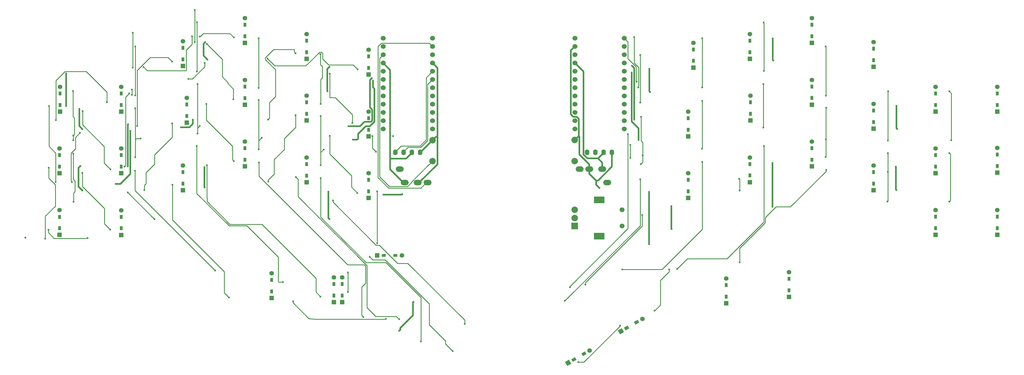
<source format=gtl>
G04 #@! TF.GenerationSoftware,KiCad,Pcbnew,(5.1.4-0-10_14)*
G04 #@! TF.CreationDate,2021-06-12T19:28:26+03:00*
G04 #@! TF.ProjectId,corne-cherry,636f726e-652d-4636-9865-7272792e6b69,3.0.1*
G04 #@! TF.SameCoordinates,Original*
G04 #@! TF.FileFunction,Copper,L1,Top*
G04 #@! TF.FilePolarity,Positive*
%FSLAX46Y46*%
G04 Gerber Fmt 4.6, Leading zero omitted, Abs format (unit mm)*
G04 Created by KiCad (PCBNEW (5.1.4-0-10_14)) date 2021-06-12 19:28:26*
%MOMM*%
%LPD*%
G04 APERTURE LIST*
%ADD10C,1.397000*%
%ADD11R,1.397000X1.397000*%
%ADD12R,0.950000X1.300000*%
%ADD13C,0.100000*%
%ADD14C,0.950000*%
%ADD15R,1.300000X0.950000*%
%ADD16C,1.524000*%
%ADD17R,2.000000X2.000000*%
%ADD18C,2.000000*%
%ADD19R,3.200000X2.000000*%
%ADD20C,1.500000*%
%ADD21O,1.397000X1.778000*%
%ADD22O,2.500000X1.700000*%
%ADD23C,0.600000*%
%ADD24C,0.250000*%
%ADD25C,0.508000*%
%ADD26C,0.500000*%
%ADD27C,0.254000*%
G04 APERTURE END LIST*
D10*
X46734500Y-33870000D03*
D11*
X46734500Y-41490000D03*
D12*
X46734500Y-39455000D03*
X46734500Y-35905000D03*
D10*
X251907500Y-90970000D03*
D11*
X251907500Y-98590000D03*
D12*
X251907500Y-96555000D03*
X251907500Y-93005000D03*
D10*
X92907500Y-91270000D03*
D11*
X92907500Y-98890000D03*
D12*
X92907500Y-96855000D03*
X92907500Y-93305000D03*
D10*
X190669862Y-115062500D03*
X184070748Y-118872500D03*
D13*
G36*
X183815079Y-119826669D02*
G01*
X183116579Y-118616831D01*
X184326417Y-117918331D01*
X185024917Y-119128169D01*
X183815079Y-119826669D01*
X183815079Y-119826669D01*
G37*
D14*
X185833110Y-117855000D03*
D13*
G36*
X185507693Y-118591362D02*
G01*
X185032693Y-117768638D01*
X186158527Y-117118638D01*
X186633527Y-117941362D01*
X185507693Y-118591362D01*
X185507693Y-118591362D01*
G37*
D14*
X188907500Y-116080000D03*
D13*
G36*
X188582083Y-116816362D02*
G01*
X188107083Y-115993638D01*
X189232917Y-115343638D01*
X189707917Y-116166362D01*
X188582083Y-116816362D01*
X188582083Y-116816362D01*
G37*
D10*
X206869862Y-105362500D03*
X200270748Y-109172500D03*
D13*
G36*
X200015079Y-110126669D02*
G01*
X199316579Y-108916831D01*
X200526417Y-108218331D01*
X201224917Y-109428169D01*
X200015079Y-110126669D01*
X200015079Y-110126669D01*
G37*
D14*
X202033110Y-108155000D03*
D13*
G36*
X201707693Y-108891362D02*
G01*
X201232693Y-108068638D01*
X202358527Y-107418638D01*
X202833527Y-108241362D01*
X201707693Y-108891362D01*
X201707693Y-108891362D01*
G37*
D14*
X205107500Y-106380000D03*
D13*
G36*
X204782083Y-107116362D02*
G01*
X204307083Y-106293638D01*
X205432917Y-105643638D01*
X205907917Y-106466362D01*
X204782083Y-107116362D01*
X204782083Y-107116362D01*
G37*
D10*
X232607500Y-92870000D03*
D11*
X232607500Y-100490000D03*
D12*
X232607500Y-98455000D03*
X232607500Y-94905000D03*
D10*
X220957500Y-60495000D03*
D11*
X220957500Y-68115000D03*
D12*
X220957500Y-66080000D03*
X220957500Y-62530000D03*
D10*
X239964500Y-55615000D03*
D11*
X239964500Y-63235000D03*
D12*
X239964500Y-61200000D03*
X239964500Y-57650000D03*
D10*
X258964500Y-50740000D03*
D11*
X258964500Y-58360000D03*
D12*
X258964500Y-56325000D03*
X258964500Y-52775000D03*
D10*
X277964500Y-58115000D03*
D11*
X277964500Y-65735000D03*
D12*
X277964500Y-63700000D03*
X277964500Y-60150000D03*
D10*
X296964500Y-71865000D03*
D11*
X296964500Y-79485000D03*
D12*
X296964500Y-77450000D03*
X296964500Y-73900000D03*
D10*
X315964500Y-71865000D03*
D11*
X315964500Y-79485000D03*
D12*
X315964500Y-77450000D03*
X315964500Y-73900000D03*
D10*
X220957500Y-41495000D03*
D11*
X220957500Y-49115000D03*
D12*
X220957500Y-47080000D03*
X220957500Y-43530000D03*
D10*
X240107500Y-36570000D03*
D11*
X240107500Y-44190000D03*
D12*
X240107500Y-42155000D03*
X240107500Y-38605000D03*
D10*
X258964500Y-31740000D03*
D11*
X258964500Y-39360000D03*
D12*
X258964500Y-37325000D03*
X258964500Y-33775000D03*
D10*
X277964500Y-39115000D03*
D11*
X277964500Y-46735000D03*
D12*
X277964500Y-44700000D03*
X277964500Y-41150000D03*
D10*
X296964500Y-52865000D03*
D11*
X296964500Y-60485000D03*
D12*
X296964500Y-58450000D03*
X296964500Y-54900000D03*
D10*
X315964500Y-52715000D03*
D11*
X315964500Y-60335000D03*
D12*
X315964500Y-58300000D03*
X315964500Y-54750000D03*
D10*
X222557500Y-20310000D03*
D11*
X222557500Y-27930000D03*
D12*
X222557500Y-25895000D03*
X222557500Y-22345000D03*
D10*
X239964500Y-17615000D03*
D11*
X239964500Y-25235000D03*
D12*
X239964500Y-23200000D03*
X239964500Y-19650000D03*
D10*
X258964500Y-12740000D03*
D11*
X258964500Y-20360000D03*
D12*
X258964500Y-18325000D03*
X258964500Y-14775000D03*
D10*
X277964500Y-20115000D03*
D11*
X277964500Y-27735000D03*
D12*
X277964500Y-25700000D03*
X277964500Y-22150000D03*
D10*
X296964500Y-33865000D03*
D11*
X296964500Y-41485000D03*
D12*
X296964500Y-39450000D03*
X296964500Y-35900000D03*
D10*
X315964500Y-33865000D03*
D11*
X315964500Y-41485000D03*
D12*
X315964500Y-39450000D03*
X315964500Y-35900000D03*
D10*
X132992500Y-85780000D03*
D11*
X125372500Y-85780000D03*
D15*
X127407500Y-85780000D03*
X130957500Y-85780000D03*
D10*
X114607500Y-92570000D03*
D11*
X114607500Y-100190000D03*
D12*
X114607500Y-98155000D03*
X114607500Y-94605000D03*
D10*
X112107500Y-92570000D03*
D11*
X112107500Y-100190000D03*
D12*
X112107500Y-98155000D03*
X112107500Y-94605000D03*
D10*
X122707500Y-60495000D03*
D11*
X122707500Y-68115000D03*
D12*
X122707500Y-66080000D03*
X122707500Y-62530000D03*
D10*
X103707500Y-55620000D03*
D11*
X103707500Y-63240000D03*
D12*
X103707500Y-61205000D03*
X103707500Y-57655000D03*
D10*
X84707500Y-50745000D03*
D11*
X84707500Y-58365000D03*
D12*
X84707500Y-56330000D03*
X84707500Y-52780000D03*
D10*
X65707500Y-58120000D03*
D11*
X65707500Y-65740000D03*
D12*
X65707500Y-63705000D03*
X65707500Y-60155000D03*
D10*
X46734500Y-71870000D03*
D11*
X46734500Y-79490000D03*
D12*
X46734500Y-77455000D03*
X46734500Y-73905000D03*
D10*
X27734500Y-71866875D03*
D11*
X27734500Y-79486875D03*
D12*
X27734500Y-77451875D03*
X27734500Y-73901875D03*
D10*
X122707500Y-41495000D03*
D11*
X122707500Y-49115000D03*
D12*
X122707500Y-47080000D03*
X122707500Y-43530000D03*
D10*
X103707500Y-36620000D03*
D11*
X103707500Y-44240000D03*
D12*
X103707500Y-42205000D03*
X103707500Y-38655000D03*
D10*
X84707500Y-31745000D03*
D11*
X84707500Y-39365000D03*
D12*
X84707500Y-37330000D03*
X84707500Y-33780000D03*
D10*
X66857500Y-37320000D03*
D11*
X66857500Y-44940000D03*
D12*
X66857500Y-42905000D03*
X66857500Y-39355000D03*
D10*
X46734500Y-52870000D03*
D11*
X46734500Y-60490000D03*
D12*
X46734500Y-58455000D03*
X46734500Y-54905000D03*
D10*
X27734500Y-52866875D03*
D11*
X27734500Y-60486875D03*
D12*
X27734500Y-58451875D03*
X27734500Y-54901875D03*
D10*
X122707500Y-22495000D03*
D11*
X122707500Y-30115000D03*
D12*
X122707500Y-28080000D03*
X122707500Y-24530000D03*
D10*
X103707500Y-17620000D03*
D11*
X103707500Y-25240000D03*
D12*
X103707500Y-23205000D03*
X103707500Y-19655000D03*
D10*
X84707500Y-12745000D03*
D11*
X84707500Y-20365000D03*
D12*
X84707500Y-18330000D03*
X84707500Y-14780000D03*
D10*
X65707500Y-19870000D03*
D11*
X65707500Y-27490000D03*
D12*
X65707500Y-25455000D03*
X65707500Y-21905000D03*
D10*
X27907500Y-33860000D03*
D11*
X27907500Y-41480000D03*
D12*
X27907500Y-39445000D03*
X27907500Y-35895000D03*
D16*
X127203900Y-18942000D03*
X127203900Y-21482000D03*
X127203900Y-24022000D03*
X127203900Y-26562000D03*
X127203900Y-29102000D03*
X127203900Y-31642000D03*
X127203900Y-34182000D03*
X127203900Y-36722000D03*
X127203900Y-39262000D03*
X127203900Y-41802000D03*
X127203900Y-44342000D03*
X127203900Y-46882000D03*
X142423900Y-46882000D03*
X142423900Y-44342000D03*
X142423900Y-41802000D03*
X142423900Y-39262000D03*
X142423900Y-36722000D03*
X142423900Y-34182000D03*
X142423900Y-31642000D03*
X142423900Y-29102000D03*
X142423900Y-26562000D03*
X142423900Y-24022000D03*
X142423900Y-21482000D03*
X142423900Y-18942000D03*
D17*
X186107500Y-76780000D03*
D18*
X186107500Y-74280000D03*
X186107500Y-71780000D03*
D19*
X193607500Y-79880000D03*
X193607500Y-68680000D03*
D20*
X200607500Y-76780000D03*
X200607500Y-71780000D03*
D16*
X186128900Y-18912000D03*
X186128900Y-21452000D03*
X186128900Y-23992000D03*
X186128900Y-26532000D03*
X186128900Y-29072000D03*
X186128900Y-31612000D03*
X186128900Y-34152000D03*
X186128900Y-36692000D03*
X186128900Y-39232000D03*
X186128900Y-41772000D03*
X186128900Y-44312000D03*
X186128900Y-46852000D03*
X201348900Y-46852000D03*
X201348900Y-44312000D03*
X201348900Y-41772000D03*
X201348900Y-39232000D03*
X201348900Y-36692000D03*
X201348900Y-34152000D03*
X201348900Y-31612000D03*
X201348900Y-29072000D03*
X201348900Y-26532000D03*
X201348900Y-23992000D03*
X201348900Y-21452000D03*
X201348900Y-18912000D03*
D18*
X186054500Y-50272000D03*
X186054500Y-56772000D03*
X142424500Y-50281000D03*
X142424500Y-56781000D03*
D21*
X197547500Y-54020000D03*
X195007500Y-54020000D03*
X192467500Y-54020000D03*
X189927500Y-54020000D03*
X138568500Y-54028000D03*
X136028500Y-54028000D03*
X133488500Y-54028000D03*
X130948500Y-54028000D03*
D22*
X196087500Y-63370000D03*
X194587500Y-59170000D03*
X190587500Y-59170000D03*
X187587500Y-59170000D03*
X132334500Y-59192000D03*
X133834500Y-63392000D03*
X137834500Y-63392000D03*
X140834500Y-63392000D03*
D23*
X69307500Y-10180000D03*
X69307500Y-20080000D03*
X50307500Y-17180000D03*
X50307500Y-27980000D03*
X123907500Y-49080000D03*
X49207500Y-35930000D03*
X47707500Y-58480000D03*
X130295697Y-49065082D03*
X125041889Y-53880000D03*
X116407500Y-91080000D03*
X116407500Y-97080000D03*
X125407500Y-66030000D03*
X125372500Y-82051410D03*
X29757500Y-29780000D03*
X29807500Y-39830000D03*
X34807500Y-46930000D03*
X72557500Y-20080000D03*
X73207500Y-25480000D03*
X110757500Y-27730000D03*
X116557670Y-46045000D03*
X68744162Y-43966662D03*
X65107500Y-46330000D03*
X48775856Y-58380000D03*
X48807500Y-45380000D03*
X34157500Y-58280000D03*
X34807500Y-65830000D03*
X72307500Y-58580000D03*
X72407500Y-64880000D03*
X110407500Y-66130000D03*
X110757500Y-74580000D03*
X127346669Y-67069169D03*
X133084500Y-66957000D03*
X123752407Y-31219254D03*
X33807500Y-40680000D03*
X110157500Y-35280000D03*
X117907500Y-50180000D03*
X49525856Y-47411644D03*
X45007500Y-63780000D03*
X132187202Y-109000298D03*
X136507500Y-100130000D03*
X124060812Y-31971510D03*
X32007500Y-48880000D03*
X32007500Y-54480000D03*
X32007500Y-50280000D03*
X32107500Y-69280000D03*
X31907500Y-35180000D03*
X52607500Y-49807000D03*
X51007500Y-55580000D03*
X51007500Y-40480000D03*
X51007500Y-36530000D03*
X51007500Y-21430000D03*
X50957500Y-59680000D03*
X75607500Y-90430000D03*
X70842922Y-45915422D03*
X70157500Y-48305000D03*
X70157500Y-33080000D03*
X70007500Y-29130000D03*
X70007500Y-14030000D03*
X69957500Y-52080000D03*
X96457500Y-94030000D03*
X89907500Y-49569030D03*
X89007500Y-53105000D03*
X89007500Y-37930000D03*
X89007500Y-34205000D03*
X89007500Y-18930000D03*
X121152364Y-104774864D03*
X89057500Y-57180000D03*
X108957500Y-53169028D03*
X108057500Y-58005000D03*
X108057500Y-42830000D03*
X108007500Y-39105000D03*
X107957500Y-23830000D03*
X108007500Y-62030000D03*
X138807500Y-112280000D03*
X205630500Y-34080000D03*
X204407500Y-18530000D03*
X203157500Y-51730000D03*
X203207500Y-55780000D03*
X202457500Y-48480000D03*
X184657500Y-95630000D03*
X187157500Y-118680000D03*
X200057500Y-107380000D03*
X215107500Y-90130000D03*
X210663584Y-102836084D03*
X205111500Y-32280000D03*
X301207500Y-35280000D03*
X301257500Y-54280000D03*
X301257500Y-69230000D03*
X301857500Y-50330000D03*
X282407500Y-35280000D03*
X282307500Y-54280000D03*
X282207500Y-69230000D03*
X282307500Y-50380000D03*
X282307500Y-60080000D03*
X263357500Y-40330000D03*
X263207500Y-55480000D03*
X263357500Y-59430000D03*
X236757500Y-87930000D03*
X263257500Y-36630000D03*
X263207500Y-21480000D03*
X263257500Y-50030000D03*
X244057500Y-33030000D03*
X244207500Y-52130000D03*
X217607500Y-89930000D03*
X244207500Y-28980000D03*
X244157500Y-14080000D03*
X244060841Y-46433341D03*
X225207500Y-52980000D03*
X225257500Y-38230000D03*
X225257500Y-34030000D03*
X225257500Y-18930000D03*
X225257500Y-56980000D03*
X200707500Y-90080000D03*
X206457500Y-43130000D03*
X206257500Y-38730000D03*
X206257500Y-24080000D03*
X206357500Y-57680000D03*
X206207500Y-62330000D03*
X183057500Y-99780000D03*
X206957500Y-54980000D03*
X203603500Y-29480000D03*
X215807500Y-70668002D03*
X215857500Y-77630000D03*
X205718246Y-50215010D03*
X209057500Y-28330000D03*
X209307500Y-35480000D03*
X246957500Y-18980000D03*
X247107500Y-25730000D03*
X285007500Y-39730000D03*
X285257500Y-46830000D03*
X203707500Y-27380000D03*
X204357500Y-43930000D03*
X284807500Y-58430000D03*
X284957500Y-65680000D03*
X246907500Y-57330000D03*
X246907500Y-70830000D03*
X208907500Y-66230000D03*
X208907500Y-82330000D03*
X193707500Y-65080000D03*
X31598148Y-63180000D03*
X34057500Y-48030000D03*
X50007500Y-36330000D03*
X50007500Y-34730000D03*
X67357500Y-31480000D03*
X72357500Y-26530000D03*
X81307500Y-18680000D03*
X70807500Y-18430000D03*
X68507500Y-18280000D03*
X53607500Y-27780000D03*
X119357500Y-28480000D03*
X91657500Y-25180000D03*
X24507500Y-39830000D03*
X26557500Y-63180000D03*
X43407942Y-59279558D03*
X34857500Y-41330000D03*
X62407500Y-26130000D03*
X51657500Y-45880000D03*
X73057500Y-20715010D03*
X81182500Y-37705000D03*
X91857500Y-43980000D03*
X100307500Y-23530000D03*
X117757500Y-44980000D03*
X110807500Y-29830000D03*
X24457500Y-58830000D03*
X17257500Y-80330000D03*
X23357500Y-80630000D03*
X43307500Y-77830000D03*
X34807500Y-60380000D03*
X72857500Y-39130000D03*
X81307500Y-56730000D03*
X91907500Y-62980000D03*
X100307500Y-42580000D03*
X119307500Y-66580000D03*
X110807500Y-48980000D03*
X73078125Y-58042694D03*
X107957500Y-98480000D03*
X152257500Y-106880000D03*
X111807500Y-68830000D03*
X99507500Y-99930000D03*
X128107500Y-105341373D03*
X123057500Y-86180000D03*
X148557500Y-115230000D03*
X48707500Y-66380000D03*
X56957500Y-74580000D03*
X42307500Y-38630000D03*
X26657500Y-44180000D03*
X62357500Y-45180000D03*
X53861659Y-65634159D03*
X132107500Y-105430000D03*
X100357500Y-61680000D03*
X189407500Y-94780000D03*
X206834500Y-73380000D03*
X236757500Y-65841510D03*
X236657500Y-62180000D03*
X24357500Y-77930000D03*
X36357500Y-80430000D03*
X62457500Y-64080000D03*
X79807500Y-98730000D03*
D24*
X69307500Y-10180000D02*
X69307500Y-20080000D01*
X50307500Y-17180000D02*
X50307500Y-27980000D01*
X48107500Y-58080000D02*
X48107500Y-37030000D01*
X48107500Y-37030000D02*
X49207500Y-35930000D01*
X47707500Y-58480000D02*
X48107500Y-58080000D01*
X123922418Y-49065082D02*
X123907500Y-49080000D01*
X123907500Y-52745611D02*
X125041889Y-53880000D01*
X123907500Y-49080000D02*
X123907500Y-52745611D01*
X116407500Y-91080000D02*
X116407500Y-97080000D01*
X125407500Y-82016410D02*
X125372500Y-82051410D01*
X125407500Y-66030000D02*
X125407500Y-82016410D01*
D25*
X29757500Y-39780000D02*
X29807500Y-39830000D01*
X29757500Y-29780000D02*
X29757500Y-39780000D01*
X72557500Y-20080000D02*
X72007500Y-20630000D01*
X72007500Y-24280000D02*
X73207500Y-25480000D01*
X72007500Y-20630000D02*
X72007500Y-24280000D01*
X123860001Y-44319701D02*
X123545701Y-44634001D01*
X123860001Y-40941799D02*
X123860001Y-44319701D01*
X123153499Y-31958265D02*
X123153499Y-40235297D01*
X123545701Y-44634001D02*
X121511501Y-44634001D01*
X123153499Y-40235297D02*
X123860001Y-40941799D01*
X123157500Y-31954264D02*
X123153499Y-31958265D01*
X120100502Y-46045000D02*
X116557670Y-46045000D01*
X121511501Y-44634001D02*
X120100502Y-46045000D01*
X67681702Y-46330000D02*
X65107500Y-46330000D01*
X68744162Y-45267540D02*
X67681702Y-46330000D01*
X68744162Y-43966662D02*
X68744162Y-45267540D01*
X48771855Y-45415645D02*
X48807500Y-45380000D01*
X48771855Y-57951735D02*
X48771855Y-45415645D01*
X48775856Y-57955736D02*
X48771855Y-57951735D01*
X48775856Y-58380000D02*
X48775856Y-57955736D01*
X138234500Y-63392000D02*
X137834500Y-63392000D01*
X143878501Y-57747999D02*
X138234500Y-63392000D01*
X142423900Y-26562000D02*
X143878501Y-28016601D01*
X143858501Y-49281001D02*
X143878501Y-49301001D01*
X143424499Y-49281001D02*
X143858501Y-49281001D01*
X143878501Y-49301001D02*
X143878501Y-57747999D01*
X142424500Y-50281000D02*
X143424499Y-49281001D01*
X143878501Y-28016601D02*
X143878501Y-49301001D01*
X138677500Y-54028000D02*
X138568500Y-54028000D01*
X142424500Y-50281000D02*
X138677500Y-54028000D01*
D26*
X72307500Y-64780000D02*
X72407500Y-64880000D01*
X72307500Y-58580000D02*
X72307500Y-64780000D01*
X110407500Y-66130000D02*
X110407500Y-74280000D01*
X110707500Y-74580000D02*
X110757500Y-74580000D01*
X110407500Y-74280000D02*
X110707500Y-74580000D01*
D25*
X132972331Y-67069169D02*
X133084500Y-66957000D01*
X127346669Y-67069169D02*
X132972331Y-67069169D01*
D26*
X123157500Y-31814161D02*
X123752407Y-31219254D01*
X123157500Y-31954264D02*
X123157500Y-31814161D01*
D25*
X33607500Y-64630000D02*
X34507501Y-65530001D01*
X34507501Y-65530001D02*
X34807500Y-65830000D01*
X33607500Y-58830000D02*
X33607500Y-64630000D01*
X34157500Y-58280000D02*
X33607500Y-58830000D01*
X33807500Y-45930000D02*
X33807500Y-40680000D01*
X34807500Y-46930000D02*
X33807500Y-45930000D01*
X110053499Y-35175999D02*
X110157500Y-35280000D01*
X110053499Y-28434001D02*
X110053499Y-35175999D01*
X110757500Y-27730000D02*
X110053499Y-28434001D01*
D26*
X119507500Y-48344998D02*
X119507500Y-49880000D01*
X119207500Y-50180000D02*
X117907500Y-50180000D01*
X119507500Y-49880000D02*
X119207500Y-50180000D01*
X49525856Y-47411644D02*
X49525856Y-59905646D01*
X136028500Y-53837500D02*
X136028500Y-54028000D01*
X133434500Y-63392000D02*
X133834500Y-63392000D01*
D25*
X121876499Y-45975999D02*
X119507500Y-48344998D01*
X123204980Y-45975999D02*
X121876499Y-45975999D01*
X124568011Y-44612968D02*
X123204980Y-45975999D01*
X124568011Y-34514775D02*
X124568011Y-44612968D01*
D26*
X49525856Y-60711644D02*
X49525856Y-59905646D01*
X46457500Y-63780000D02*
X49525856Y-60711644D01*
X45007500Y-63780000D02*
X46457500Y-63780000D01*
X132487201Y-108700299D02*
X132487201Y-108150299D01*
X132187202Y-109000298D02*
X132487201Y-108700299D01*
X136397146Y-100240354D02*
X136507500Y-100130000D01*
X136397146Y-104240354D02*
X136397146Y-100240354D01*
X132487201Y-108150299D02*
X136397146Y-104240354D01*
X134267000Y-55980000D02*
X136028500Y-54218500D01*
X136028500Y-54218500D02*
X136028500Y-54028000D01*
X129357500Y-55980000D02*
X134267000Y-55980000D01*
X129357500Y-28715600D02*
X129357500Y-55980000D01*
X127203900Y-26562000D02*
X129357500Y-28715600D01*
X129357500Y-55980000D02*
X129357500Y-59280000D01*
X129340000Y-59297500D02*
X133434500Y-63392000D01*
X124060812Y-34007576D02*
X124568011Y-34514775D01*
X124060812Y-31971510D02*
X124060812Y-34007576D01*
D27*
X32007500Y-48880000D02*
X32007500Y-50280000D01*
X32007500Y-54480000D02*
X32007500Y-62380000D01*
X32507500Y-62880000D02*
X32507500Y-66180000D01*
X32007500Y-62380000D02*
X32507500Y-62880000D01*
X32107500Y-66580000D02*
X32107500Y-68080000D01*
X32507500Y-66180000D02*
X32107500Y-66580000D01*
X32107500Y-68080000D02*
X32107500Y-69280000D01*
X32307499Y-48580001D02*
X32307499Y-43479999D01*
X32007500Y-48880000D02*
X32307499Y-48580001D01*
X31907500Y-43080000D02*
X31907500Y-35180000D01*
X32307499Y-43479999D02*
X31907500Y-43080000D01*
X51007500Y-50180000D02*
X51007500Y-55580000D01*
X51380500Y-49807000D02*
X51007500Y-50180000D01*
X52607500Y-49807000D02*
X51380500Y-49807000D01*
X51007500Y-50180000D02*
X51007500Y-40480000D01*
X51007500Y-36530000D02*
X51007500Y-21430000D01*
X51750499Y-66572999D02*
X75607500Y-90430000D01*
X50957500Y-65780000D02*
X51750499Y-66572999D01*
X50957500Y-59680000D02*
X50957500Y-65780000D01*
X70157500Y-46600844D02*
X70157500Y-48305000D01*
X70842922Y-45915422D02*
X70157500Y-46600844D01*
X70157500Y-46600844D02*
X70157500Y-33080000D01*
X70007500Y-29130000D02*
X70007500Y-14030000D01*
X69957500Y-66730000D02*
X79907500Y-76680000D01*
X69957500Y-52080000D02*
X69957500Y-66730000D01*
X79907500Y-76680000D02*
X85357500Y-76680000D01*
X85357500Y-76680000D02*
X94957500Y-86280000D01*
X94957500Y-86280000D02*
X94957500Y-93880000D01*
X95107500Y-94030000D02*
X96457500Y-94030000D01*
X94957500Y-93880000D02*
X95107500Y-94030000D01*
X89007500Y-50469030D02*
X89007500Y-53105000D01*
D24*
X89907500Y-49569030D02*
X89007500Y-50469030D01*
D27*
X89007500Y-50469030D02*
X89007500Y-37930000D01*
X89007500Y-34205000D02*
X89007500Y-18930000D01*
X89057500Y-59127314D02*
X89057500Y-57180000D01*
X121351492Y-88655296D02*
X121351492Y-88652468D01*
X120607500Y-95523962D02*
X121807501Y-94323961D01*
X121351492Y-88652468D02*
X116279968Y-88652468D01*
X121807501Y-89111305D02*
X121351492Y-88655296D01*
X120607500Y-104230000D02*
X120607500Y-95523962D01*
X89057500Y-61430000D02*
X89057500Y-59127314D01*
X116279968Y-88652468D02*
X89057500Y-61430000D01*
X121807501Y-94323961D02*
X121807501Y-89111305D01*
X121152364Y-104774864D02*
X120607500Y-104230000D01*
D24*
X108057500Y-54069028D02*
X108057500Y-58005000D01*
X108957500Y-53169028D02*
X108057500Y-54069028D01*
X108057500Y-54069028D02*
X108057500Y-42830000D01*
X108007500Y-39105000D02*
X108007500Y-31630000D01*
X108007500Y-31630000D02*
X108507500Y-31130000D01*
X108507500Y-31130000D02*
X108507500Y-27630000D01*
X107957500Y-27080000D02*
X107957500Y-23830000D01*
X108507500Y-27630000D02*
X107957500Y-27080000D01*
D27*
X108007500Y-74030000D02*
X115250804Y-81273304D01*
X108007500Y-62030000D02*
X108007500Y-74030000D01*
X138807500Y-98780000D02*
X138807500Y-112280000D01*
X128040730Y-88013230D02*
X138807500Y-98780000D01*
X121990730Y-88013230D02*
X128040730Y-88013230D01*
X115250804Y-81273304D02*
X121990730Y-88013230D01*
D24*
X141661901Y-20720001D02*
X142423900Y-21482000D01*
X126682139Y-20394999D02*
X141336899Y-20394999D01*
X141336899Y-20394999D02*
X141661901Y-20720001D01*
X125666889Y-21410249D02*
X126682139Y-20394999D01*
X138809480Y-65017020D02*
X128887107Y-65017019D01*
X128887107Y-65017019D02*
X125666889Y-61796801D01*
X140434500Y-63392000D02*
X138809480Y-65017020D01*
X125666889Y-61796801D02*
X125666889Y-21410249D01*
X140834500Y-63392000D02*
X140434500Y-63392000D01*
X141306501Y-57780999D02*
X135757500Y-63330000D01*
X141424501Y-57780999D02*
X141306501Y-57780999D01*
X142424500Y-56781000D02*
X141424501Y-57780999D01*
X135757500Y-63330000D02*
X135757500Y-63530715D01*
X126441901Y-24783999D02*
X127203900Y-24022000D01*
X126116899Y-25109001D02*
X126441901Y-24783999D01*
X126116899Y-61610401D02*
X126116899Y-25109001D01*
X129073508Y-64567010D02*
X126116899Y-61610401D01*
X134721205Y-64567010D02*
X129073508Y-64567010D01*
X135757500Y-63530715D02*
X134721205Y-64567010D01*
X133488500Y-53837500D02*
X134796000Y-52530000D01*
X133488500Y-54028000D02*
X133488500Y-53837500D01*
X134796000Y-52530000D02*
X138757500Y-52530000D01*
X138757500Y-52530000D02*
X140907500Y-50380000D01*
X140907500Y-33158400D02*
X142423900Y-31642000D01*
X140907500Y-50380000D02*
X140907500Y-33158400D01*
X141661901Y-29863999D02*
X142423900Y-29102000D01*
X140457490Y-31068410D02*
X141661901Y-29863999D01*
X140457490Y-50193600D02*
X140457490Y-31068410D01*
X138571100Y-52079990D02*
X140457490Y-50193600D01*
X130948500Y-53837500D02*
X132706010Y-52079990D01*
X132706010Y-52079990D02*
X138571100Y-52079990D01*
X130948500Y-54028000D02*
X130948500Y-53837500D01*
X204407500Y-26518588D02*
X204407500Y-18530000D01*
X205630500Y-34080000D02*
X205630500Y-33655736D01*
X205736501Y-27847589D02*
X204407500Y-26518588D01*
X205736501Y-33549735D02*
X205736501Y-27847589D01*
X205630500Y-33655736D02*
X205736501Y-33549735D01*
X203157500Y-55730000D02*
X203207500Y-55780000D01*
X203157500Y-51730000D02*
X203157500Y-55730000D01*
X202457500Y-48480000D02*
X202457500Y-73380000D01*
X202457500Y-73380000D02*
X202457500Y-77530000D01*
X184657500Y-95330000D02*
X184657500Y-95630000D01*
X202457500Y-77530000D02*
X184657500Y-95330000D01*
X200057500Y-107530000D02*
X200057500Y-107380000D01*
X188907500Y-118680000D02*
X200057500Y-107530000D01*
X187157500Y-118680000D02*
X188907500Y-118680000D01*
X215107500Y-90830000D02*
X215107500Y-90130000D01*
X212407500Y-93530000D02*
X215107500Y-90830000D01*
X212407500Y-101092168D02*
X210663584Y-102836084D01*
X212407500Y-93530000D02*
X212407500Y-101092168D01*
X204936508Y-27684006D02*
X204936508Y-27980000D01*
X202435901Y-25183399D02*
X204936508Y-27684006D01*
X202435901Y-19999001D02*
X202435901Y-25183399D01*
X201348900Y-18912000D02*
X202435901Y-19999001D01*
X204936508Y-32105008D02*
X205111500Y-32280000D01*
X204936508Y-27980000D02*
X204936508Y-32105008D01*
D27*
X301857500Y-35930000D02*
X301207500Y-35280000D01*
X301557499Y-68930001D02*
X301257500Y-69230000D01*
X301257500Y-54280000D02*
X301557499Y-54579999D01*
X301857500Y-50330000D02*
X301857500Y-35930000D01*
X301557499Y-61479999D02*
X301557499Y-68930001D01*
X301557499Y-54579999D02*
X301557499Y-61479999D01*
X282357500Y-35330000D02*
X282407500Y-35280000D01*
X282307500Y-69130000D02*
X282207500Y-69230000D01*
X282307500Y-35380000D02*
X282407500Y-35280000D01*
X282307500Y-50380000D02*
X282307500Y-35380000D01*
X282307500Y-54280000D02*
X282307500Y-59830000D01*
X282307500Y-60080000D02*
X282307500Y-69130000D01*
X282307500Y-59830000D02*
X282307500Y-60080000D01*
X263257500Y-40430000D02*
X263357500Y-40330000D01*
X263257500Y-45180000D02*
X263257500Y-40430000D01*
X263257500Y-55430000D02*
X263207500Y-55480000D01*
X263357500Y-59854264D02*
X252381764Y-70830000D01*
X263357500Y-59430000D02*
X263357500Y-59854264D01*
X247957500Y-70830000D02*
X244661510Y-74125990D01*
X252381764Y-70830000D02*
X247957500Y-70830000D01*
X244661510Y-75668057D02*
X244395556Y-75934010D01*
X244661510Y-74125990D02*
X244661510Y-75668057D01*
X236757500Y-83572066D02*
X236757500Y-87930000D01*
X244395556Y-75934010D02*
X236757500Y-83572066D01*
X263257500Y-21530000D02*
X263207500Y-21480000D01*
X263257500Y-36630000D02*
X263257500Y-21530000D01*
X263257500Y-50030000D02*
X263257500Y-55430000D01*
X263257500Y-45180000D02*
X263257500Y-50030000D01*
X244057500Y-46430000D02*
X244057500Y-33030000D01*
X244207500Y-75480000D02*
X232857500Y-86830000D01*
X244207500Y-52130000D02*
X244207500Y-75480000D01*
X220707500Y-86830000D02*
X217607500Y-89930000D01*
X232857500Y-86830000D02*
X220707500Y-86830000D01*
X244207500Y-14130000D02*
X244157500Y-14080000D01*
X244207500Y-28980000D02*
X244207500Y-14130000D01*
X225257500Y-52930000D02*
X225207500Y-52980000D01*
X225257500Y-49880000D02*
X225257500Y-52930000D01*
X225257500Y-49880000D02*
X225257500Y-38230000D01*
X225257500Y-34030000D02*
X225257500Y-18930000D01*
X225257500Y-56980000D02*
X225257500Y-65800602D01*
X225257500Y-65800602D02*
X225257500Y-77780000D01*
X225257500Y-77780000D02*
X218557500Y-84480000D01*
X212957500Y-90080000D02*
X200707500Y-90080000D01*
X218557500Y-84480000D02*
X212957500Y-90080000D01*
X206457500Y-50480000D02*
X206457500Y-43130000D01*
X206957500Y-50980000D02*
X206457500Y-50480000D01*
X206257500Y-38730000D02*
X206257500Y-24080000D01*
X206957500Y-57080000D02*
X206357500Y-57680000D01*
X206207500Y-76630000D02*
X183057500Y-99780000D01*
X206207500Y-62330000D02*
X206207500Y-76630000D01*
X206957500Y-54980000D02*
X206957500Y-57080000D01*
X206957500Y-50980000D02*
X206957500Y-54980000D01*
D26*
X188778990Y-54686228D02*
X190022762Y-55930000D01*
X188778990Y-29182090D02*
X188778990Y-54686228D01*
X186128900Y-26532000D02*
X188778990Y-29182090D01*
X195007500Y-54210500D02*
X195007500Y-54020000D01*
X193288000Y-55930000D02*
X195007500Y-54210500D01*
X190022762Y-55930000D02*
X193288000Y-55930000D01*
X194587500Y-57229500D02*
X194587500Y-59170000D01*
X193288000Y-55930000D02*
X194587500Y-57229500D01*
X215807500Y-77580000D02*
X215857500Y-77630000D01*
X215807500Y-70668002D02*
X215807500Y-77580000D01*
X203603500Y-29480000D02*
X203603500Y-44576000D01*
X205718246Y-46690746D02*
X205718246Y-50215010D01*
X203603500Y-44576000D02*
X205718246Y-46690746D01*
D25*
X209057500Y-35230000D02*
X209307500Y-35480000D01*
X209057500Y-28330000D02*
X209057500Y-35230000D01*
X246957500Y-25580000D02*
X247107500Y-25730000D01*
X246957500Y-18980000D02*
X246957500Y-25580000D01*
X285007500Y-46580000D02*
X285257500Y-46830000D01*
X285007500Y-39730000D02*
X285007500Y-46580000D01*
X204357500Y-28030000D02*
X204357500Y-43930000D01*
X203707500Y-27380000D02*
X204357500Y-28030000D01*
X187054499Y-49272001D02*
X186054500Y-50272000D01*
X187344901Y-48981599D02*
X187054499Y-49272001D01*
X185653217Y-43095999D02*
X186712581Y-43095999D01*
X187344901Y-43728319D02*
X187344901Y-48981599D01*
X184912899Y-42355681D02*
X185653217Y-43095999D01*
X184912899Y-22668001D02*
X184912899Y-42355681D01*
X186712581Y-43095999D02*
X187344901Y-43728319D01*
X186128900Y-21452000D02*
X184912899Y-22668001D01*
X190587500Y-57812000D02*
X190587500Y-59170000D01*
X187508501Y-49145199D02*
X187508501Y-54733001D01*
X187508501Y-54733001D02*
X190587500Y-57812000D01*
X187344901Y-48981599D02*
X187508501Y-49145199D01*
X197547500Y-55417000D02*
X197547500Y-54020000D01*
X197547500Y-58454148D02*
X197547500Y-55417000D01*
X192687578Y-62730000D02*
X193271648Y-62730000D01*
X193271648Y-62730000D02*
X197547500Y-58454148D01*
X190587500Y-60629922D02*
X192687578Y-62730000D01*
X190587500Y-59170000D02*
X190587500Y-60629922D01*
X284807500Y-65530000D02*
X284957500Y-65680000D01*
X284807500Y-58430000D02*
X284807500Y-65530000D01*
X246907500Y-57330000D02*
X246907500Y-70830000D01*
X208907500Y-66230000D02*
X208907500Y-82330000D01*
X192687578Y-64060078D02*
X193707500Y-65080000D01*
X192687578Y-62730000D02*
X192687578Y-64060078D01*
D24*
X32632501Y-52929997D02*
X32632501Y-49454999D01*
X32632501Y-49454999D02*
X34057500Y-48030000D01*
X31298149Y-54264349D02*
X32632501Y-52929997D01*
X31298149Y-62880001D02*
X31298149Y-54264349D01*
X31598148Y-63180000D02*
X31298149Y-62880001D01*
X50007500Y-36330000D02*
X50007500Y-34730000D01*
X68582502Y-31480000D02*
X72357500Y-27705002D01*
X72357500Y-27705002D02*
X72357500Y-26530000D01*
X67357500Y-31480000D02*
X68582502Y-31480000D01*
X80097490Y-17469990D02*
X71967510Y-17469990D01*
X81307500Y-18680000D02*
X80097490Y-17469990D01*
X71007500Y-18430000D02*
X70807500Y-18430000D01*
X71967510Y-17469990D02*
X71007500Y-18430000D01*
X66731001Y-22591501D02*
X66731001Y-28906499D01*
X68507500Y-20815002D02*
X66731001Y-22591501D01*
X68507500Y-18280000D02*
X68507500Y-20815002D01*
X54733999Y-28906499D02*
X53607500Y-27780000D01*
X66731001Y-28906499D02*
X54733999Y-28906499D01*
X119357500Y-28480000D02*
X118257500Y-27380000D01*
X103482498Y-27380000D02*
X93857500Y-27380000D01*
X107657499Y-23204999D02*
X103482498Y-27380000D01*
X108257501Y-23204999D02*
X107657499Y-23204999D01*
X117982499Y-27104999D02*
X110457499Y-27104999D01*
X108582501Y-23529999D02*
X108257501Y-23204999D01*
X108582501Y-25230001D02*
X108582501Y-23529999D01*
X93857500Y-27380000D02*
X91657500Y-25180000D01*
X110457499Y-27104999D02*
X108582501Y-25230001D01*
X118257500Y-27380000D02*
X117982499Y-27104999D01*
X24507500Y-39830000D02*
X24507500Y-41880000D01*
X26557500Y-54262998D02*
X26557500Y-63180000D01*
X24507500Y-52212998D02*
X26557500Y-54262998D01*
X24507500Y-41880000D02*
X24507500Y-52212998D01*
X41482501Y-52236003D02*
X34857500Y-45611002D01*
X41482501Y-57354117D02*
X41482501Y-52236003D01*
X43407942Y-59279558D02*
X41482501Y-57354117D01*
X34857500Y-45611002D02*
X34857500Y-41330000D01*
X51657500Y-28804998D02*
X51657500Y-45880000D01*
X55617508Y-24844990D02*
X51657500Y-28804998D01*
X61122490Y-24844990D02*
X55617508Y-24844990D01*
X62407500Y-26130000D02*
X61122490Y-24844990D01*
X77757500Y-25415010D02*
X77757500Y-30789998D01*
X73057500Y-20715010D02*
X77757500Y-25415010D01*
X79482501Y-32514999D02*
X77757500Y-30789998D01*
X81182500Y-34537002D02*
X79482501Y-32837003D01*
X79482501Y-32837003D02*
X79482501Y-32514999D01*
X81182500Y-37705000D02*
X81182500Y-34537002D01*
X91032499Y-25480001D02*
X91032499Y-24879999D01*
X94122501Y-36866001D02*
X94122501Y-28570003D01*
X91032499Y-24879999D02*
X93567508Y-22344990D01*
X92302501Y-38686001D02*
X94122501Y-36866001D01*
X93567508Y-22344990D02*
X99922490Y-22344990D01*
X92302501Y-43534999D02*
X92302501Y-38686001D01*
X94122501Y-28570003D02*
X91032499Y-25480001D01*
X91857500Y-43980000D02*
X92302501Y-43534999D01*
X99922490Y-23144990D02*
X100307500Y-23530000D01*
X99922490Y-22344990D02*
X99922490Y-23144990D01*
X110807500Y-29830000D02*
X110807500Y-37180000D01*
X117757500Y-44555736D02*
X117757500Y-44980000D01*
X112507500Y-37180000D02*
X117757500Y-42430000D01*
X117757500Y-42430000D02*
X117757500Y-44555736D01*
X110807500Y-37180000D02*
X112507500Y-37180000D01*
X24457500Y-62005002D02*
X26462501Y-64010003D01*
X24457500Y-58830000D02*
X24457500Y-62005002D01*
X17392510Y-80465010D02*
X17257500Y-80330000D01*
X26462501Y-70617997D02*
X23357500Y-73722998D01*
X26462501Y-64010003D02*
X26462501Y-70617997D01*
X23357500Y-73722998D02*
X23357500Y-80630000D01*
X41557500Y-71311002D02*
X34807500Y-64561002D01*
X41557500Y-76080000D02*
X41557500Y-71311002D01*
X43307500Y-77830000D02*
X41557500Y-76080000D01*
X34807500Y-64561002D02*
X34807500Y-60380000D01*
X72857500Y-39130000D02*
X72857500Y-44130000D01*
X72857500Y-44130000D02*
X80912499Y-52184999D01*
X80912499Y-56334999D02*
X80912499Y-55134999D01*
X81307500Y-56730000D02*
X80912499Y-56334999D01*
X80912499Y-55134999D02*
X80912499Y-55434999D01*
X80912499Y-52184999D02*
X80912499Y-55134999D01*
D27*
X96820499Y-53170963D02*
X96820499Y-49817001D01*
X93730499Y-56260963D02*
X96820499Y-53170963D01*
X93730499Y-60732737D02*
X93730499Y-56260963D01*
X91907500Y-62555736D02*
X93730499Y-60732737D01*
X91907500Y-62980000D02*
X91907500Y-62555736D01*
D24*
X100307500Y-46330000D02*
X99982500Y-46655000D01*
X100307500Y-42580000D02*
X100307500Y-46330000D01*
D27*
X96820499Y-49817001D02*
X99982500Y-46655000D01*
D24*
X110807500Y-54589998D02*
X110807500Y-48980000D01*
X117482501Y-61264999D02*
X110807500Y-54589998D01*
X117482501Y-64755001D02*
X117482501Y-61264999D01*
X119307500Y-66580000D02*
X117482501Y-64755001D01*
X73078125Y-58042694D02*
X73078125Y-68100625D01*
X73107500Y-68130000D02*
X73107500Y-69240762D01*
X73078125Y-68100625D02*
X73107500Y-68130000D01*
X80094728Y-76227990D02*
X89955490Y-76227990D01*
X73107500Y-69240762D02*
X80094728Y-76227990D01*
X89955490Y-76227990D02*
X106557500Y-92830000D01*
X106557500Y-92830000D02*
X106557500Y-95780000D01*
X106557500Y-97080000D02*
X107957500Y-98480000D01*
X106557500Y-95780000D02*
X106557500Y-97080000D01*
X152257500Y-105728589D02*
X134807500Y-88278589D01*
X152257500Y-106880000D02*
X152257500Y-105728589D01*
X125072499Y-82676411D02*
X111807500Y-69411412D01*
X111807500Y-69411412D02*
X111807500Y-68830000D01*
X126013913Y-82676411D02*
X125072499Y-82676411D01*
X131616091Y-88278589D02*
X126013913Y-82676411D01*
X134807500Y-88278589D02*
X131616091Y-88278589D01*
X99507500Y-100354264D02*
X104384283Y-105231047D01*
X104384283Y-105231047D02*
X106688958Y-105430000D01*
X99507500Y-99930000D02*
X99507500Y-100354264D01*
X128018873Y-105430000D02*
X128107500Y-105341373D01*
X106688958Y-105430000D02*
X128018873Y-105430000D01*
X123057500Y-86180000D02*
X124007500Y-87130000D01*
X141403090Y-107133850D02*
X146357500Y-112088260D01*
X141403090Y-100736352D02*
X141403090Y-107133850D01*
X127796738Y-87130000D02*
X141403090Y-100736352D01*
X124007500Y-87130000D02*
X127796738Y-87130000D01*
X146357500Y-113030000D02*
X148557500Y-115230000D01*
X146357500Y-112088260D02*
X146357500Y-113030000D01*
X56907500Y-74580000D02*
X56957500Y-74580000D01*
X48707500Y-66380000D02*
X56907500Y-74580000D01*
X29457499Y-29154999D02*
X26657500Y-31954998D01*
X35997501Y-29154999D02*
X29457499Y-29154999D01*
X42307500Y-35464998D02*
X35997501Y-29154999D01*
X42307500Y-38630000D02*
X42307500Y-35464998D01*
X26657500Y-31954998D02*
X26657500Y-37874486D01*
X26657500Y-37874486D02*
X26657500Y-41080000D01*
X26657500Y-41080000D02*
X26657500Y-44180000D01*
X56957500Y-57664998D02*
X54302501Y-60319997D01*
X56957500Y-54780000D02*
X56957500Y-57664998D01*
X62357500Y-49380000D02*
X56957500Y-54780000D01*
X54302501Y-60319997D02*
X54302501Y-63734999D01*
X62357500Y-45180000D02*
X62357500Y-49380000D01*
X53861659Y-64175841D02*
X53861659Y-65634159D01*
X54302501Y-63734999D02*
X53861659Y-64175841D01*
X132107500Y-105430000D02*
X131256910Y-104579410D01*
X121805501Y-88467239D02*
X101057500Y-67719238D01*
X101057500Y-62380000D02*
X100357500Y-61680000D01*
X101057500Y-67719238D02*
X101057500Y-62380000D01*
D27*
X122261511Y-88923249D02*
X121805501Y-88467239D01*
X122261511Y-101925989D02*
X122261511Y-88923249D01*
X124916932Y-104581410D02*
X122261511Y-101925989D01*
X127680461Y-104581410D02*
X124916932Y-104581410D01*
X127682461Y-104579410D02*
X127680461Y-104581410D01*
X131256910Y-104579410D02*
X127682461Y-104579410D01*
D24*
X189407500Y-94780000D02*
X189407500Y-94180000D01*
X189407500Y-94180000D02*
X202539144Y-81048356D01*
X202539144Y-81048356D02*
X203357500Y-80230000D01*
X206834500Y-76753000D02*
X206834500Y-73380000D01*
X203357500Y-80230000D02*
X206834500Y-76753000D01*
X236757500Y-62280000D02*
X236657500Y-62180000D01*
X236757500Y-65841510D02*
X236757500Y-62280000D01*
X24357500Y-77930000D02*
X24357500Y-78780000D01*
X36277124Y-80510376D02*
X36357500Y-80430000D01*
X26087876Y-80510376D02*
X36277124Y-80510376D01*
X24357500Y-78780000D02*
X26087876Y-80510376D01*
X78352499Y-90771501D02*
X78352499Y-97274999D01*
X62457500Y-74876502D02*
X78352499Y-90771501D01*
X62457500Y-64080000D02*
X62457500Y-74876502D01*
X78352499Y-97274999D02*
X79807500Y-98730000D01*
M02*

</source>
